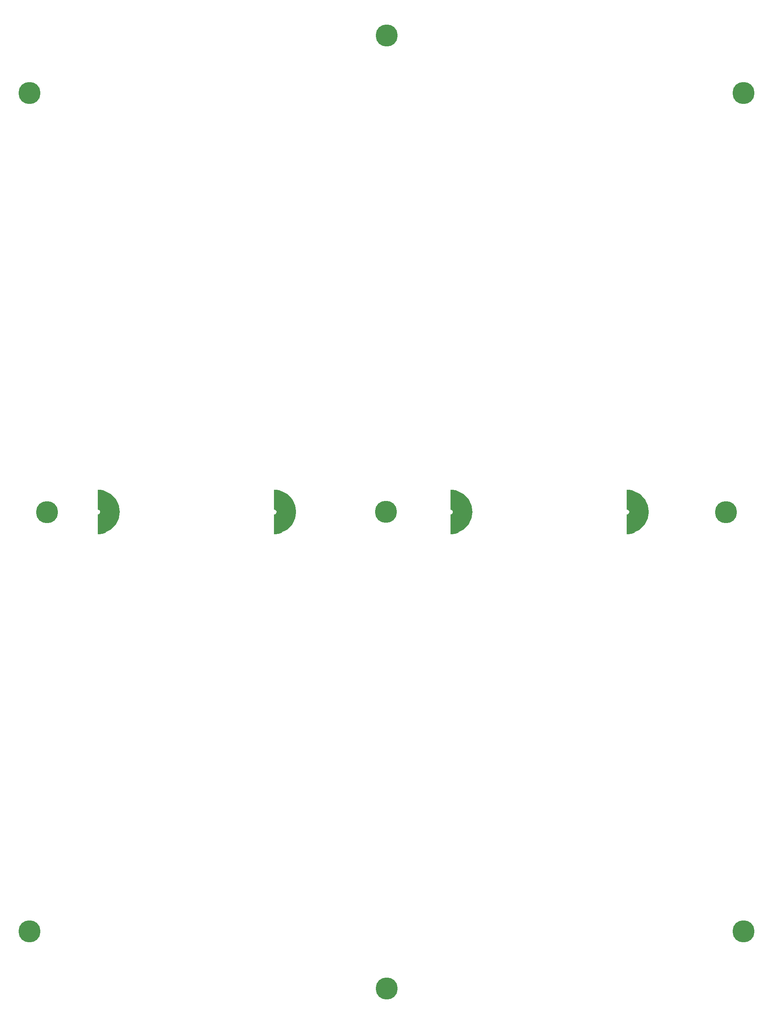
<source format=gbr>
G04 #@! TF.GenerationSoftware,KiCad,Pcbnew,5.99.0-unknown-64afa3a42e~128~ubuntu20.04.1*
G04 #@! TF.CreationDate,2021-05-28T16:02:49-05:00*
G04 #@! TF.ProjectId,Feeds,46656564-732e-46b6-9963-61645f706362,rev?*
G04 #@! TF.SameCoordinates,Original*
G04 #@! TF.FileFunction,Soldermask,Top*
G04 #@! TF.FilePolarity,Negative*
%FSLAX46Y46*%
G04 Gerber Fmt 4.6, Leading zero omitted, Abs format (unit mm)*
G04 Created by KiCad (PCBNEW 5.99.0-unknown-64afa3a42e~128~ubuntu20.04.1) date 2021-05-28 16:02:49*
%MOMM*%
%LPD*%
G01*
G04 APERTURE LIST*
%ADD10C,2.200000*%
%ADD11C,0.000100*%
%ADD12C,2.900000*%
%ADD13C,5.000000*%
G04 APERTURE END LIST*
D10*
G04 #@! TO.C,Feed4*
X108623129Y-109215000D02*
G75*
G02*
X108595129Y-116684000I-1113900J-3730377D01*
G01*
D11*
X108113529Y-112389400D02*
X107523529Y-112389400D01*
X107523529Y-112389400D02*
X107613529Y-112409400D01*
X107613529Y-112409400D02*
X107723529Y-112449400D01*
X107723529Y-112449400D02*
X107823529Y-112499400D01*
X107823529Y-112499400D02*
X107913529Y-112569400D01*
X107913529Y-112569400D02*
X107973529Y-112639400D01*
X107973529Y-112639400D02*
X108041029Y-112775650D01*
X108041029Y-112775650D02*
X108052279Y-112998775D01*
X108052279Y-112998775D02*
X108014779Y-113140025D01*
X108014779Y-113140025D02*
X107963529Y-113229400D01*
X107963529Y-113229400D02*
X107913529Y-113299400D01*
X107913529Y-113299400D02*
X107853529Y-113369400D01*
X107853529Y-113369400D02*
X107783529Y-113429400D01*
X107783529Y-113429400D02*
X107713529Y-113469400D01*
X107713529Y-113469400D02*
X107613529Y-113509400D01*
X107613529Y-113509400D02*
X108113529Y-113509400D01*
X108113529Y-113509400D02*
X108113529Y-112389400D01*
G36*
X108113529Y-113509400D02*
G01*
X107613529Y-113509400D01*
X107713529Y-113469400D01*
X107783529Y-113429400D01*
X107853529Y-113369400D01*
X107913529Y-113299400D01*
X107963529Y-113229400D01*
X108014779Y-113140025D01*
X108052279Y-112998775D01*
X108041029Y-112775650D01*
X107973529Y-112639400D01*
X107913529Y-112569400D01*
X107823529Y-112499400D01*
X107723529Y-112449400D01*
X107613529Y-112409400D01*
X107523529Y-112389400D01*
X108113529Y-112389400D01*
X108113529Y-113509400D01*
G37*
X108113529Y-113509400D02*
X107613529Y-113509400D01*
X107713529Y-113469400D01*
X107783529Y-113429400D01*
X107853529Y-113369400D01*
X107913529Y-113299400D01*
X107963529Y-113229400D01*
X108014779Y-113140025D01*
X108052279Y-112998775D01*
X108041029Y-112775650D01*
X107973529Y-112639400D01*
X107913529Y-112569400D01*
X107823529Y-112499400D01*
X107723529Y-112449400D01*
X107613529Y-112409400D01*
X107523529Y-112389400D01*
X108113529Y-112389400D01*
X108113529Y-113509400D01*
X108968072Y-108165867D02*
X107498072Y-107945867D01*
X107498072Y-107945867D02*
X107494850Y-112390125D01*
X107494850Y-112390125D02*
X108116129Y-112395000D01*
X108116129Y-112395000D02*
X108097129Y-113517000D01*
X108097129Y-113517000D02*
X110740129Y-113436000D01*
X110740129Y-113436000D02*
X108968072Y-108165867D01*
G36*
X108968072Y-108165867D02*
G01*
X110740129Y-113436000D01*
X108097129Y-113517000D01*
X108116129Y-112395000D01*
X107494850Y-112390125D01*
X107498072Y-107945867D01*
X108968072Y-108165867D01*
G37*
X108968072Y-108165867D02*
X110740129Y-113436000D01*
X108097129Y-113517000D01*
X108116129Y-112395000D01*
X107494850Y-112390125D01*
X107498072Y-107945867D01*
X108968072Y-108165867D01*
X107828529Y-117941150D02*
X108026129Y-117921000D01*
X108026129Y-117921000D02*
X108180129Y-117898000D01*
X108180129Y-117898000D02*
X108408129Y-117863000D01*
X108408129Y-117863000D02*
X108771129Y-117776000D01*
X108771129Y-117776000D02*
X109283129Y-117607000D01*
X109283129Y-117607000D02*
X107503529Y-117612400D01*
X107503529Y-117612400D02*
X107503529Y-117962400D01*
X107503529Y-117962400D02*
X107642129Y-117954000D01*
X107642129Y-117954000D02*
X107828529Y-117941150D01*
G36*
X108771129Y-117776000D02*
G01*
X108408129Y-117863000D01*
X108180129Y-117898000D01*
X108026129Y-117921000D01*
X107828529Y-117941150D01*
X107642129Y-117954000D01*
X107503529Y-117962400D01*
X107503529Y-117612400D01*
X109283129Y-117607000D01*
X108771129Y-117776000D01*
G37*
X108771129Y-117776000D02*
X108408129Y-117863000D01*
X108180129Y-117898000D01*
X108026129Y-117921000D01*
X107828529Y-117941150D01*
X107642129Y-117954000D01*
X107503529Y-117962400D01*
X107503529Y-117612400D01*
X109283129Y-117607000D01*
X108771129Y-117776000D01*
X110482129Y-113436000D02*
X107503529Y-113509400D01*
X107503529Y-113509400D02*
X107503129Y-117946000D01*
X107503129Y-117946000D02*
X108784129Y-117760000D01*
X108784129Y-117760000D02*
X110482129Y-113436000D01*
G36*
X108784129Y-117760000D02*
G01*
X107503129Y-117946000D01*
X107503529Y-113509400D01*
X110482129Y-113436000D01*
X108784129Y-117760000D01*
G37*
X108784129Y-117760000D02*
X107503129Y-117946000D01*
X107503529Y-113509400D01*
X110482129Y-113436000D01*
X108784129Y-117760000D01*
X108762529Y-108111400D02*
X108592529Y-108071400D01*
X108592529Y-108071400D02*
X108392529Y-108031400D01*
X108392529Y-108031400D02*
X108142529Y-107991400D01*
X108142529Y-107991400D02*
X107952529Y-107971400D01*
X107952529Y-107971400D02*
X107802529Y-107961400D01*
X107802529Y-107961400D02*
X107592529Y-107951400D01*
X107592529Y-107951400D02*
X107502529Y-107951400D01*
X107502529Y-107951400D02*
X108972529Y-108171400D01*
X108972529Y-108171400D02*
X108762529Y-108111400D01*
G36*
X107802529Y-107961400D02*
G01*
X107952529Y-107971400D01*
X108142529Y-107991400D01*
X108392529Y-108031400D01*
X108592529Y-108071400D01*
X108762529Y-108111400D01*
X108972529Y-108171400D01*
X107502529Y-107951400D01*
X107592529Y-107951400D01*
X107802529Y-107961400D01*
G37*
X107802529Y-107961400D02*
X107952529Y-107971400D01*
X108142529Y-107991400D01*
X108392529Y-108031400D01*
X108592529Y-108071400D01*
X108762529Y-108111400D01*
X108972529Y-108171400D01*
X107502529Y-107951400D01*
X107592529Y-107951400D01*
X107802529Y-107961400D01*
D10*
X68623129Y-109215000D02*
G75*
G02*
X68595129Y-116684000I-1113900J-3730377D01*
G01*
D11*
X68968072Y-108165867D02*
X67498072Y-107945867D01*
X67498072Y-107945867D02*
X67494850Y-112390125D01*
X67494850Y-112390125D02*
X68116129Y-112395000D01*
X68116129Y-112395000D02*
X68097129Y-113517000D01*
X68097129Y-113517000D02*
X70740129Y-113436000D01*
X70740129Y-113436000D02*
X68968072Y-108165867D01*
G36*
X68968072Y-108165867D02*
G01*
X70740129Y-113436000D01*
X68097129Y-113517000D01*
X68116129Y-112395000D01*
X67494850Y-112390125D01*
X67498072Y-107945867D01*
X68968072Y-108165867D01*
G37*
X68968072Y-108165867D02*
X70740129Y-113436000D01*
X68097129Y-113517000D01*
X68116129Y-112395000D01*
X67494850Y-112390125D01*
X67498072Y-107945867D01*
X68968072Y-108165867D01*
X67828529Y-117941150D02*
X68026129Y-117921000D01*
X68026129Y-117921000D02*
X68180129Y-117898000D01*
X68180129Y-117898000D02*
X68408129Y-117863000D01*
X68408129Y-117863000D02*
X68771129Y-117776000D01*
X68771129Y-117776000D02*
X69283129Y-117607000D01*
X69283129Y-117607000D02*
X67503529Y-117612400D01*
X67503529Y-117612400D02*
X67503529Y-117962400D01*
X67503529Y-117962400D02*
X67642129Y-117954000D01*
X67642129Y-117954000D02*
X67828529Y-117941150D01*
G36*
X68771129Y-117776000D02*
G01*
X68408129Y-117863000D01*
X68180129Y-117898000D01*
X68026129Y-117921000D01*
X67828529Y-117941150D01*
X67642129Y-117954000D01*
X67503529Y-117962400D01*
X67503529Y-117612400D01*
X69283129Y-117607000D01*
X68771129Y-117776000D01*
G37*
X68771129Y-117776000D02*
X68408129Y-117863000D01*
X68180129Y-117898000D01*
X68026129Y-117921000D01*
X67828529Y-117941150D01*
X67642129Y-117954000D01*
X67503529Y-117962400D01*
X67503529Y-117612400D01*
X69283129Y-117607000D01*
X68771129Y-117776000D01*
X68113529Y-112389400D02*
X67523529Y-112389400D01*
X67523529Y-112389400D02*
X67613529Y-112409400D01*
X67613529Y-112409400D02*
X67723529Y-112449400D01*
X67723529Y-112449400D02*
X67823529Y-112499400D01*
X67823529Y-112499400D02*
X67913529Y-112569400D01*
X67913529Y-112569400D02*
X67973529Y-112639400D01*
X67973529Y-112639400D02*
X68041029Y-112775650D01*
X68041029Y-112775650D02*
X68052279Y-112998775D01*
X68052279Y-112998775D02*
X68014779Y-113140025D01*
X68014779Y-113140025D02*
X67963529Y-113229400D01*
X67963529Y-113229400D02*
X67913529Y-113299400D01*
X67913529Y-113299400D02*
X67853529Y-113369400D01*
X67853529Y-113369400D02*
X67783529Y-113429400D01*
X67783529Y-113429400D02*
X67713529Y-113469400D01*
X67713529Y-113469400D02*
X67613529Y-113509400D01*
X67613529Y-113509400D02*
X68113529Y-113509400D01*
X68113529Y-113509400D02*
X68113529Y-112389400D01*
G36*
X68113529Y-113509400D02*
G01*
X67613529Y-113509400D01*
X67713529Y-113469400D01*
X67783529Y-113429400D01*
X67853529Y-113369400D01*
X67913529Y-113299400D01*
X67963529Y-113229400D01*
X68014779Y-113140025D01*
X68052279Y-112998775D01*
X68041029Y-112775650D01*
X67973529Y-112639400D01*
X67913529Y-112569400D01*
X67823529Y-112499400D01*
X67723529Y-112449400D01*
X67613529Y-112409400D01*
X67523529Y-112389400D01*
X68113529Y-112389400D01*
X68113529Y-113509400D01*
G37*
X68113529Y-113509400D02*
X67613529Y-113509400D01*
X67713529Y-113469400D01*
X67783529Y-113429400D01*
X67853529Y-113369400D01*
X67913529Y-113299400D01*
X67963529Y-113229400D01*
X68014779Y-113140025D01*
X68052279Y-112998775D01*
X68041029Y-112775650D01*
X67973529Y-112639400D01*
X67913529Y-112569400D01*
X67823529Y-112499400D01*
X67723529Y-112449400D01*
X67613529Y-112409400D01*
X67523529Y-112389400D01*
X68113529Y-112389400D01*
X68113529Y-113509400D01*
X70482129Y-113436000D02*
X67503529Y-113509400D01*
X67503529Y-113509400D02*
X67503129Y-117946000D01*
X67503129Y-117946000D02*
X68784129Y-117760000D01*
X68784129Y-117760000D02*
X70482129Y-113436000D01*
G36*
X68784129Y-117760000D02*
G01*
X67503129Y-117946000D01*
X67503529Y-113509400D01*
X70482129Y-113436000D01*
X68784129Y-117760000D01*
G37*
X68784129Y-117760000D02*
X67503129Y-117946000D01*
X67503529Y-113509400D01*
X70482129Y-113436000D01*
X68784129Y-117760000D01*
X68762529Y-108111400D02*
X68592529Y-108071400D01*
X68592529Y-108071400D02*
X68392529Y-108031400D01*
X68392529Y-108031400D02*
X68142529Y-107991400D01*
X68142529Y-107991400D02*
X67952529Y-107971400D01*
X67952529Y-107971400D02*
X67802529Y-107961400D01*
X67802529Y-107961400D02*
X67592529Y-107951400D01*
X67592529Y-107951400D02*
X67502529Y-107951400D01*
X67502529Y-107951400D02*
X68972529Y-108171400D01*
X68972529Y-108171400D02*
X68762529Y-108111400D01*
G36*
X67802529Y-107961400D02*
G01*
X67952529Y-107971400D01*
X68142529Y-107991400D01*
X68392529Y-108031400D01*
X68592529Y-108071400D01*
X68762529Y-108111400D01*
X68972529Y-108171400D01*
X67502529Y-107951400D01*
X67592529Y-107951400D01*
X67802529Y-107961400D01*
G37*
X67802529Y-107961400D02*
X67952529Y-107971400D01*
X68142529Y-107991400D01*
X68392529Y-108031400D01*
X68592529Y-108071400D01*
X68762529Y-108111400D01*
X68972529Y-108171400D01*
X67502529Y-107951400D01*
X67592529Y-107951400D01*
X67802529Y-107961400D01*
D10*
X148623129Y-109215000D02*
G75*
G02*
X148595129Y-116684000I-1113900J-3730377D01*
G01*
D11*
X148113529Y-112389400D02*
X147523529Y-112389400D01*
X147523529Y-112389400D02*
X147613529Y-112409400D01*
X147613529Y-112409400D02*
X147723529Y-112449400D01*
X147723529Y-112449400D02*
X147823529Y-112499400D01*
X147823529Y-112499400D02*
X147913529Y-112569400D01*
X147913529Y-112569400D02*
X147973529Y-112639400D01*
X147973529Y-112639400D02*
X148041029Y-112775650D01*
X148041029Y-112775650D02*
X148052279Y-112998775D01*
X148052279Y-112998775D02*
X148014779Y-113140025D01*
X148014779Y-113140025D02*
X147963529Y-113229400D01*
X147963529Y-113229400D02*
X147913529Y-113299400D01*
X147913529Y-113299400D02*
X147853529Y-113369400D01*
X147853529Y-113369400D02*
X147783529Y-113429400D01*
X147783529Y-113429400D02*
X147713529Y-113469400D01*
X147713529Y-113469400D02*
X147613529Y-113509400D01*
X147613529Y-113509400D02*
X148113529Y-113509400D01*
X148113529Y-113509400D02*
X148113529Y-112389400D01*
G36*
X148113529Y-113509400D02*
G01*
X147613529Y-113509400D01*
X147713529Y-113469400D01*
X147783529Y-113429400D01*
X147853529Y-113369400D01*
X147913529Y-113299400D01*
X147963529Y-113229400D01*
X148014779Y-113140025D01*
X148052279Y-112998775D01*
X148041029Y-112775650D01*
X147973529Y-112639400D01*
X147913529Y-112569400D01*
X147823529Y-112499400D01*
X147723529Y-112449400D01*
X147613529Y-112409400D01*
X147523529Y-112389400D01*
X148113529Y-112389400D01*
X148113529Y-113509400D01*
G37*
X148113529Y-113509400D02*
X147613529Y-113509400D01*
X147713529Y-113469400D01*
X147783529Y-113429400D01*
X147853529Y-113369400D01*
X147913529Y-113299400D01*
X147963529Y-113229400D01*
X148014779Y-113140025D01*
X148052279Y-112998775D01*
X148041029Y-112775650D01*
X147973529Y-112639400D01*
X147913529Y-112569400D01*
X147823529Y-112499400D01*
X147723529Y-112449400D01*
X147613529Y-112409400D01*
X147523529Y-112389400D01*
X148113529Y-112389400D01*
X148113529Y-113509400D01*
X148968072Y-108165867D02*
X147498072Y-107945867D01*
X147498072Y-107945867D02*
X147494850Y-112390125D01*
X147494850Y-112390125D02*
X148116129Y-112395000D01*
X148116129Y-112395000D02*
X148097129Y-113517000D01*
X148097129Y-113517000D02*
X150740129Y-113436000D01*
X150740129Y-113436000D02*
X148968072Y-108165867D01*
G36*
X148968072Y-108165867D02*
G01*
X150740129Y-113436000D01*
X148097129Y-113517000D01*
X148116129Y-112395000D01*
X147494850Y-112390125D01*
X147498072Y-107945867D01*
X148968072Y-108165867D01*
G37*
X148968072Y-108165867D02*
X150740129Y-113436000D01*
X148097129Y-113517000D01*
X148116129Y-112395000D01*
X147494850Y-112390125D01*
X147498072Y-107945867D01*
X148968072Y-108165867D01*
X150482129Y-113436000D02*
X147503529Y-113509400D01*
X147503529Y-113509400D02*
X147503129Y-117946000D01*
X147503129Y-117946000D02*
X148784129Y-117760000D01*
X148784129Y-117760000D02*
X150482129Y-113436000D01*
G36*
X148784129Y-117760000D02*
G01*
X147503129Y-117946000D01*
X147503529Y-113509400D01*
X150482129Y-113436000D01*
X148784129Y-117760000D01*
G37*
X148784129Y-117760000D02*
X147503129Y-117946000D01*
X147503529Y-113509400D01*
X150482129Y-113436000D01*
X148784129Y-117760000D01*
X147828529Y-117941150D02*
X148026129Y-117921000D01*
X148026129Y-117921000D02*
X148180129Y-117898000D01*
X148180129Y-117898000D02*
X148408129Y-117863000D01*
X148408129Y-117863000D02*
X148771129Y-117776000D01*
X148771129Y-117776000D02*
X149283129Y-117607000D01*
X149283129Y-117607000D02*
X147503529Y-117612400D01*
X147503529Y-117612400D02*
X147503529Y-117962400D01*
X147503529Y-117962400D02*
X147642129Y-117954000D01*
X147642129Y-117954000D02*
X147828529Y-117941150D01*
G36*
X148771129Y-117776000D02*
G01*
X148408129Y-117863000D01*
X148180129Y-117898000D01*
X148026129Y-117921000D01*
X147828529Y-117941150D01*
X147642129Y-117954000D01*
X147503529Y-117962400D01*
X147503529Y-117612400D01*
X149283129Y-117607000D01*
X148771129Y-117776000D01*
G37*
X148771129Y-117776000D02*
X148408129Y-117863000D01*
X148180129Y-117898000D01*
X148026129Y-117921000D01*
X147828529Y-117941150D01*
X147642129Y-117954000D01*
X147503529Y-117962400D01*
X147503529Y-117612400D01*
X149283129Y-117607000D01*
X148771129Y-117776000D01*
X148762529Y-108111400D02*
X148592529Y-108071400D01*
X148592529Y-108071400D02*
X148392529Y-108031400D01*
X148392529Y-108031400D02*
X148142529Y-107991400D01*
X148142529Y-107991400D02*
X147952529Y-107971400D01*
X147952529Y-107971400D02*
X147802529Y-107961400D01*
X147802529Y-107961400D02*
X147592529Y-107951400D01*
X147592529Y-107951400D02*
X147502529Y-107951400D01*
X147502529Y-107951400D02*
X148972529Y-108171400D01*
X148972529Y-108171400D02*
X148762529Y-108111400D01*
G36*
X147802529Y-107961400D02*
G01*
X147952529Y-107971400D01*
X148142529Y-107991400D01*
X148392529Y-108031400D01*
X148592529Y-108071400D01*
X148762529Y-108111400D01*
X148972529Y-108171400D01*
X147502529Y-107951400D01*
X147592529Y-107951400D01*
X147802529Y-107961400D01*
G37*
X147802529Y-107961400D02*
X147952529Y-107971400D01*
X148142529Y-107991400D01*
X148392529Y-108031400D01*
X148592529Y-108071400D01*
X148762529Y-108111400D01*
X148972529Y-108171400D01*
X147502529Y-107951400D01*
X147592529Y-107951400D01*
X147802529Y-107961400D01*
D10*
X28623129Y-109215000D02*
G75*
G02*
X28595129Y-116684000I-1113900J-3730377D01*
G01*
D11*
X28762529Y-108111400D02*
X28592529Y-108071400D01*
X28592529Y-108071400D02*
X28392529Y-108031400D01*
X28392529Y-108031400D02*
X28142529Y-107991400D01*
X28142529Y-107991400D02*
X27952529Y-107971400D01*
X27952529Y-107971400D02*
X27802529Y-107961400D01*
X27802529Y-107961400D02*
X27592529Y-107951400D01*
X27592529Y-107951400D02*
X27502529Y-107951400D01*
X27502529Y-107951400D02*
X28972529Y-108171400D01*
X28972529Y-108171400D02*
X28762529Y-108111400D01*
G36*
X27802529Y-107961400D02*
G01*
X27952529Y-107971400D01*
X28142529Y-107991400D01*
X28392529Y-108031400D01*
X28592529Y-108071400D01*
X28762529Y-108111400D01*
X28972529Y-108171400D01*
X27502529Y-107951400D01*
X27592529Y-107951400D01*
X27802529Y-107961400D01*
G37*
X27802529Y-107961400D02*
X27952529Y-107971400D01*
X28142529Y-107991400D01*
X28392529Y-108031400D01*
X28592529Y-108071400D01*
X28762529Y-108111400D01*
X28972529Y-108171400D01*
X27502529Y-107951400D01*
X27592529Y-107951400D01*
X27802529Y-107961400D01*
X28113529Y-112389400D02*
X27523529Y-112389400D01*
X27523529Y-112389400D02*
X27613529Y-112409400D01*
X27613529Y-112409400D02*
X27723529Y-112449400D01*
X27723529Y-112449400D02*
X27823529Y-112499400D01*
X27823529Y-112499400D02*
X27913529Y-112569400D01*
X27913529Y-112569400D02*
X27973529Y-112639400D01*
X27973529Y-112639400D02*
X28041029Y-112775650D01*
X28041029Y-112775650D02*
X28052279Y-112998775D01*
X28052279Y-112998775D02*
X28014779Y-113140025D01*
X28014779Y-113140025D02*
X27963529Y-113229400D01*
X27963529Y-113229400D02*
X27913529Y-113299400D01*
X27913529Y-113299400D02*
X27853529Y-113369400D01*
X27853529Y-113369400D02*
X27783529Y-113429400D01*
X27783529Y-113429400D02*
X27713529Y-113469400D01*
X27713529Y-113469400D02*
X27613529Y-113509400D01*
X27613529Y-113509400D02*
X28113529Y-113509400D01*
X28113529Y-113509400D02*
X28113529Y-112389400D01*
G36*
X28113529Y-113509400D02*
G01*
X27613529Y-113509400D01*
X27713529Y-113469400D01*
X27783529Y-113429400D01*
X27853529Y-113369400D01*
X27913529Y-113299400D01*
X27963529Y-113229400D01*
X28014779Y-113140025D01*
X28052279Y-112998775D01*
X28041029Y-112775650D01*
X27973529Y-112639400D01*
X27913529Y-112569400D01*
X27823529Y-112499400D01*
X27723529Y-112449400D01*
X27613529Y-112409400D01*
X27523529Y-112389400D01*
X28113529Y-112389400D01*
X28113529Y-113509400D01*
G37*
X28113529Y-113509400D02*
X27613529Y-113509400D01*
X27713529Y-113469400D01*
X27783529Y-113429400D01*
X27853529Y-113369400D01*
X27913529Y-113299400D01*
X27963529Y-113229400D01*
X28014779Y-113140025D01*
X28052279Y-112998775D01*
X28041029Y-112775650D01*
X27973529Y-112639400D01*
X27913529Y-112569400D01*
X27823529Y-112499400D01*
X27723529Y-112449400D01*
X27613529Y-112409400D01*
X27523529Y-112389400D01*
X28113529Y-112389400D01*
X28113529Y-113509400D01*
X28968072Y-108165867D02*
X27498072Y-107945867D01*
X27498072Y-107945867D02*
X27494850Y-112390125D01*
X27494850Y-112390125D02*
X28116129Y-112395000D01*
X28116129Y-112395000D02*
X28097129Y-113517000D01*
X28097129Y-113517000D02*
X30740129Y-113436000D01*
X30740129Y-113436000D02*
X28968072Y-108165867D01*
G36*
X28968072Y-108165867D02*
G01*
X30740129Y-113436000D01*
X28097129Y-113517000D01*
X28116129Y-112395000D01*
X27494850Y-112390125D01*
X27498072Y-107945867D01*
X28968072Y-108165867D01*
G37*
X28968072Y-108165867D02*
X30740129Y-113436000D01*
X28097129Y-113517000D01*
X28116129Y-112395000D01*
X27494850Y-112390125D01*
X27498072Y-107945867D01*
X28968072Y-108165867D01*
X27828529Y-117941150D02*
X28026129Y-117921000D01*
X28026129Y-117921000D02*
X28180129Y-117898000D01*
X28180129Y-117898000D02*
X28408129Y-117863000D01*
X28408129Y-117863000D02*
X28771129Y-117776000D01*
X28771129Y-117776000D02*
X29283129Y-117607000D01*
X29283129Y-117607000D02*
X27503529Y-117612400D01*
X27503529Y-117612400D02*
X27503529Y-117962400D01*
X27503529Y-117962400D02*
X27642129Y-117954000D01*
X27642129Y-117954000D02*
X27828529Y-117941150D01*
G36*
X28771129Y-117776000D02*
G01*
X28408129Y-117863000D01*
X28180129Y-117898000D01*
X28026129Y-117921000D01*
X27828529Y-117941150D01*
X27642129Y-117954000D01*
X27503529Y-117962400D01*
X27503529Y-117612400D01*
X29283129Y-117607000D01*
X28771129Y-117776000D01*
G37*
X28771129Y-117776000D02*
X28408129Y-117863000D01*
X28180129Y-117898000D01*
X28026129Y-117921000D01*
X27828529Y-117941150D01*
X27642129Y-117954000D01*
X27503529Y-117962400D01*
X27503529Y-117612400D01*
X29283129Y-117607000D01*
X28771129Y-117776000D01*
X30482129Y-113436000D02*
X27503529Y-113509400D01*
X27503529Y-113509400D02*
X27503129Y-117946000D01*
X27503129Y-117946000D02*
X28784129Y-117760000D01*
X28784129Y-117760000D02*
X30482129Y-113436000D01*
G36*
X28784129Y-117760000D02*
G01*
X27503129Y-117946000D01*
X27503529Y-113509400D01*
X30482129Y-113436000D01*
X28784129Y-117760000D01*
G37*
X28784129Y-117760000D02*
X27503129Y-117946000D01*
X27503529Y-113509400D01*
X30482129Y-113436000D01*
X28784129Y-117760000D01*
G04 #@! TD*
D12*
G04 #@! TO.C,H10*
X93000000Y-5000000D03*
D13*
X93000000Y-5000000D03*
G04 #@! TD*
D12*
G04 #@! TO.C,H12*
X170000000Y-113000000D03*
D13*
X170000000Y-113000000D03*
G04 #@! TD*
G04 #@! TO.C,H12*
X92855436Y-112957000D03*
D12*
X92855436Y-112957000D03*
G04 #@! TD*
G04 #@! TO.C,H4*
X174000000Y-208000000D03*
D13*
X174000000Y-208000000D03*
G04 #@! TD*
D12*
G04 #@! TO.C,H9*
X93000000Y-221000000D03*
D13*
X93000000Y-221000000D03*
G04 #@! TD*
D12*
G04 #@! TO.C,H2*
X174000000Y-18000000D03*
D13*
X174000000Y-18000000D03*
G04 #@! TD*
G04 #@! TO.C,H3*
X12000000Y-208000000D03*
D12*
X12000000Y-208000000D03*
G04 #@! TD*
D13*
G04 #@! TO.C,H1*
X12000000Y-18000000D03*
D12*
X12000000Y-18000000D03*
G04 #@! TD*
D13*
G04 #@! TO.C,H11*
X16000000Y-113000000D03*
D12*
X16000000Y-113000000D03*
G04 #@! TD*
M02*

</source>
